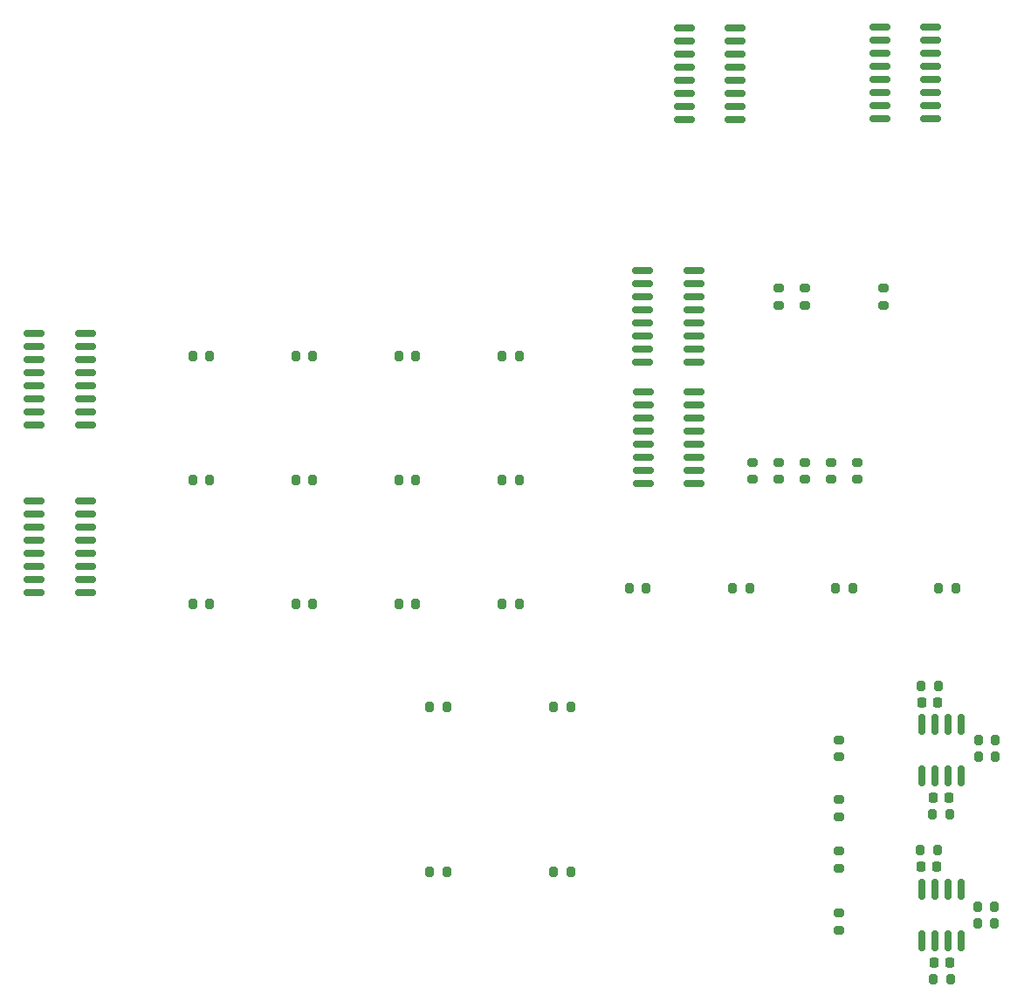
<source format=gbr>
%TF.GenerationSoftware,KiCad,Pcbnew,7.0.2*%
%TF.CreationDate,2023-08-30T17:10:08+01:00*%
%TF.ProjectId,dk2_02_top,646b325f-3032-45f7-946f-702e6b696361,rev?*%
%TF.SameCoordinates,Original*%
%TF.FileFunction,Paste,Bot*%
%TF.FilePolarity,Positive*%
%FSLAX46Y46*%
G04 Gerber Fmt 4.6, Leading zero omitted, Abs format (unit mm)*
G04 Created by KiCad (PCBNEW 7.0.2) date 2023-08-30 17:10:08*
%MOMM*%
%LPD*%
G01*
G04 APERTURE LIST*
G04 Aperture macros list*
%AMRoundRect*
0 Rectangle with rounded corners*
0 $1 Rounding radius*
0 $2 $3 $4 $5 $6 $7 $8 $9 X,Y pos of 4 corners*
0 Add a 4 corners polygon primitive as box body*
4,1,4,$2,$3,$4,$5,$6,$7,$8,$9,$2,$3,0*
0 Add four circle primitives for the rounded corners*
1,1,$1+$1,$2,$3*
1,1,$1+$1,$4,$5*
1,1,$1+$1,$6,$7*
1,1,$1+$1,$8,$9*
0 Add four rect primitives between the rounded corners*
20,1,$1+$1,$2,$3,$4,$5,0*
20,1,$1+$1,$4,$5,$6,$7,0*
20,1,$1+$1,$6,$7,$8,$9,0*
20,1,$1+$1,$8,$9,$2,$3,0*%
G04 Aperture macros list end*
%ADD10RoundRect,0.200000X0.200000X0.275000X-0.200000X0.275000X-0.200000X-0.275000X0.200000X-0.275000X0*%
%ADD11RoundRect,0.200000X-0.275000X0.200000X-0.275000X-0.200000X0.275000X-0.200000X0.275000X0.200000X0*%
%ADD12RoundRect,0.200000X0.275000X-0.200000X0.275000X0.200000X-0.275000X0.200000X-0.275000X-0.200000X0*%
%ADD13RoundRect,0.150000X0.825000X0.150000X-0.825000X0.150000X-0.825000X-0.150000X0.825000X-0.150000X0*%
%ADD14RoundRect,0.200000X-0.200000X-0.275000X0.200000X-0.275000X0.200000X0.275000X-0.200000X0.275000X0*%
%ADD15RoundRect,0.225000X0.225000X0.250000X-0.225000X0.250000X-0.225000X-0.250000X0.225000X-0.250000X0*%
%ADD16RoundRect,0.150000X-0.150000X0.825000X-0.150000X-0.825000X0.150000X-0.825000X0.150000X0.825000X0*%
G04 APERTURE END LIST*
D10*
%TO.C,R27*%
X163350000Y-107500000D03*
X161700000Y-107500000D03*
%TD*%
%TO.C,R29*%
X177100000Y-138400000D03*
X175450000Y-138400000D03*
%TD*%
D11*
%TO.C,R1*%
X162000000Y-122175000D03*
X162000000Y-123825000D03*
%TD*%
D10*
%TO.C,R17*%
X101000000Y-97000000D03*
X99350000Y-97000000D03*
%TD*%
%TO.C,R18*%
X111000000Y-97000000D03*
X109350000Y-97000000D03*
%TD*%
D11*
%TO.C,R8*%
X156210000Y-95250000D03*
X156210000Y-96900000D03*
%TD*%
D10*
%TO.C,R13*%
X101000000Y-85000000D03*
X99350000Y-85000000D03*
%TD*%
%TO.C,R35*%
X177200000Y-122200000D03*
X175550000Y-122200000D03*
%TD*%
D12*
%TO.C,R6*%
X166370000Y-80010000D03*
X166370000Y-78360000D03*
%TD*%
D11*
%TO.C,R9*%
X153670000Y-95250000D03*
X153670000Y-96900000D03*
%TD*%
D10*
%TO.C,R26*%
X153350000Y-107500000D03*
X151700000Y-107500000D03*
%TD*%
D13*
%TO.C,U6*%
X151950000Y-53110000D03*
X151950000Y-54380000D03*
X151950000Y-55650000D03*
X151950000Y-56920000D03*
X151950000Y-58190000D03*
X151950000Y-59460000D03*
X151950000Y-60730000D03*
X151950000Y-62000000D03*
X147000000Y-62000000D03*
X147000000Y-60730000D03*
X147000000Y-59460000D03*
X147000000Y-58190000D03*
X147000000Y-56920000D03*
X147000000Y-55650000D03*
X147000000Y-54380000D03*
X147000000Y-53110000D03*
%TD*%
D12*
%TO.C,R5*%
X156210000Y-80010000D03*
X156210000Y-78360000D03*
%TD*%
D13*
%TO.C,U1*%
X147950000Y-76650000D03*
X147950000Y-77920000D03*
X147950000Y-79190000D03*
X147950000Y-80460000D03*
X147950000Y-81730000D03*
X147950000Y-83000000D03*
X147950000Y-84270000D03*
X147950000Y-85540000D03*
X143000000Y-85540000D03*
X143000000Y-84270000D03*
X143000000Y-83000000D03*
X143000000Y-81730000D03*
X143000000Y-80460000D03*
X143000000Y-79190000D03*
X143000000Y-77920000D03*
X143000000Y-76650000D03*
%TD*%
D14*
%TO.C,R30*%
X122350000Y-119000000D03*
X124000000Y-119000000D03*
%TD*%
%TO.C,R36*%
X122350000Y-135000000D03*
X124000000Y-135000000D03*
%TD*%
D10*
%TO.C,R20*%
X131000000Y-97000000D03*
X129350000Y-97000000D03*
%TD*%
D11*
%TO.C,R7*%
X161290000Y-95250000D03*
X161290000Y-96900000D03*
%TD*%
%TO.C,R4*%
X162000000Y-139000000D03*
X162000000Y-140650000D03*
%TD*%
%TO.C,R12*%
X158750000Y-95250000D03*
X158750000Y-96900000D03*
%TD*%
D15*
%TO.C,C4*%
X172700000Y-127800000D03*
X171150000Y-127800000D03*
%TD*%
D10*
%TO.C,R16*%
X131000000Y-85000000D03*
X129350000Y-85000000D03*
%TD*%
D13*
%TO.C,U4*%
X88950000Y-82730000D03*
X88950000Y-84000000D03*
X88950000Y-85270000D03*
X88950000Y-86540000D03*
X88950000Y-87810000D03*
X88950000Y-89080000D03*
X88950000Y-90350000D03*
X88950000Y-91620000D03*
X84000000Y-91620000D03*
X84000000Y-90350000D03*
X84000000Y-89080000D03*
X84000000Y-87810000D03*
X84000000Y-86540000D03*
X84000000Y-85270000D03*
X84000000Y-84000000D03*
X84000000Y-82730000D03*
%TD*%
D11*
%TO.C,R11*%
X163830000Y-95250000D03*
X163830000Y-96900000D03*
%TD*%
D10*
%TO.C,R22*%
X111000000Y-109000000D03*
X109350000Y-109000000D03*
%TD*%
D13*
%TO.C,U2*%
X148000000Y-88460000D03*
X148000000Y-89730000D03*
X148000000Y-91000000D03*
X148000000Y-92270000D03*
X148000000Y-93540000D03*
X148000000Y-94810000D03*
X148000000Y-96080000D03*
X148000000Y-97350000D03*
X143050000Y-97350000D03*
X143050000Y-96080000D03*
X143050000Y-94810000D03*
X143050000Y-93540000D03*
X143050000Y-92270000D03*
X143050000Y-91000000D03*
X143050000Y-89730000D03*
X143050000Y-88460000D03*
%TD*%
%TO.C,U9*%
X170950000Y-53000000D03*
X170950000Y-54270000D03*
X170950000Y-55540000D03*
X170950000Y-56810000D03*
X170950000Y-58080000D03*
X170950000Y-59350000D03*
X170950000Y-60620000D03*
X170950000Y-61890000D03*
X166000000Y-61890000D03*
X166000000Y-60620000D03*
X166000000Y-59350000D03*
X166000000Y-58080000D03*
X166000000Y-56810000D03*
X166000000Y-55540000D03*
X166000000Y-54270000D03*
X166000000Y-53000000D03*
%TD*%
D10*
%TO.C,R15*%
X121000000Y-85000000D03*
X119350000Y-85000000D03*
%TD*%
D15*
%TO.C,C2*%
X172800000Y-143800000D03*
X171250000Y-143800000D03*
%TD*%
D11*
%TO.C,R2*%
X162000000Y-128000000D03*
X162000000Y-129650000D03*
%TD*%
D12*
%TO.C,R10*%
X158750000Y-80010000D03*
X158750000Y-78360000D03*
%TD*%
D15*
%TO.C,C1*%
X171500000Y-134500000D03*
X169950000Y-134500000D03*
%TD*%
D10*
%TO.C,R28*%
X173350000Y-107500000D03*
X171700000Y-107500000D03*
%TD*%
%TO.C,R34*%
X172850000Y-145400000D03*
X171200000Y-145400000D03*
%TD*%
%TO.C,R33*%
X171550000Y-132900000D03*
X169900000Y-132900000D03*
%TD*%
%TO.C,R21*%
X101000000Y-109000000D03*
X99350000Y-109000000D03*
%TD*%
D16*
%TO.C,U7*%
X170045000Y-136725000D03*
X171315000Y-136725000D03*
X172585000Y-136725000D03*
X173855000Y-136725000D03*
X173855000Y-141675000D03*
X172585000Y-141675000D03*
X171315000Y-141675000D03*
X170045000Y-141675000D03*
%TD*%
D15*
%TO.C,C3*%
X171600000Y-118600000D03*
X170050000Y-118600000D03*
%TD*%
D10*
%TO.C,R25*%
X143350000Y-107500000D03*
X141700000Y-107500000D03*
%TD*%
%TO.C,R14*%
X111000000Y-85000000D03*
X109350000Y-85000000D03*
%TD*%
%TO.C,R23*%
X121000000Y-109000000D03*
X119350000Y-109000000D03*
%TD*%
D16*
%TO.C,U8*%
X170080000Y-120725000D03*
X171350000Y-120725000D03*
X172620000Y-120725000D03*
X173890000Y-120725000D03*
X173890000Y-125675000D03*
X172620000Y-125675000D03*
X171350000Y-125675000D03*
X170080000Y-125675000D03*
%TD*%
D13*
%TO.C,U5*%
X88950000Y-99000000D03*
X88950000Y-100270000D03*
X88950000Y-101540000D03*
X88950000Y-102810000D03*
X88950000Y-104080000D03*
X88950000Y-105350000D03*
X88950000Y-106620000D03*
X88950000Y-107890000D03*
X84000000Y-107890000D03*
X84000000Y-106620000D03*
X84000000Y-105350000D03*
X84000000Y-104080000D03*
X84000000Y-102810000D03*
X84000000Y-101540000D03*
X84000000Y-100270000D03*
X84000000Y-99000000D03*
%TD*%
D10*
%TO.C,R31*%
X177100000Y-140000000D03*
X175450000Y-140000000D03*
%TD*%
%TO.C,R39*%
X171650000Y-117000000D03*
X170000000Y-117000000D03*
%TD*%
D14*
%TO.C,R32*%
X134350000Y-119000000D03*
X136000000Y-119000000D03*
%TD*%
D11*
%TO.C,R3*%
X162000000Y-133000000D03*
X162000000Y-134650000D03*
%TD*%
D10*
%TO.C,R37*%
X177200000Y-123800000D03*
X175550000Y-123800000D03*
%TD*%
D14*
%TO.C,R38*%
X134350000Y-135000000D03*
X136000000Y-135000000D03*
%TD*%
D10*
%TO.C,R40*%
X172750000Y-129400000D03*
X171100000Y-129400000D03*
%TD*%
%TO.C,R19*%
X121000000Y-97000000D03*
X119350000Y-97000000D03*
%TD*%
%TO.C,R24*%
X131000000Y-109000000D03*
X129350000Y-109000000D03*
%TD*%
M02*

</source>
